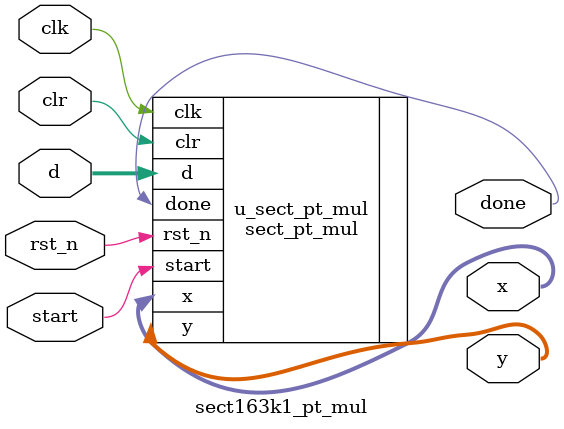
<source format=v>


module sect163k1_pt_mul (
    // System signals
    input clk,                      // system clock
    input rst_n,                    // system asynchronous reset, active low
    input clr,                      // synchronous clear

    // Data interface
    input start,                    // computation start
    input [162:0] d,                // input scalar
    output done,                    // computation done
    output [162:0] x,               // output x coordinate of d*G
    output [162:0] y                // output y coordinate of d*G
);

// Local parameters
localparam M = 163;                 // degree of f(x)
localparam FX = 163'hc9;            // binary representation of f(x)
localparam B = 163'h1;              // coefficient b of E
localparam XG = 163'h2fe13c0537bbc11acaa07d793de4e6d5e5c94eee8;         // x coordinate of G
localparam YG = 163'h289070fb05d38ff58321f2e800536d538ccdaa3d9;         // y coordinate of G
localparam XG_SQR = 163'h6710bd85f2b559b085dc2832e086f4a4c7ef8d0be;     // squaring of x coordinate of G
localparam XG_INV = 163'h63f514f39f4587684f96c8dd6558e69339a1efed9;     // inversion of x coordinate of G
localparam NUM_CYCLE_MUL = 3;       // number of computation cycles minus 1 in f2m_mul module (= NUM_SEG)


// Instance
sect_pt_mul #(
    .M              (M),
    .FX             (FX),
    .B              (B),
    .XG             (XG),
    .YG             (YG),
    .XG_SQR         (XG_SQR),
    .XG_INV         (XG_INV),
    .NUM_CYCLE_MUL  (NUM_CYCLE_MUL)
) u_sect_pt_mul (
    .clk            (clk),
    .rst_n          (rst_n),
    .clr            (clr),
    .start          (start),
    .d              (d),
    .done           (done),
    .x              (x),
    .y              (y)
);


endmodule

</source>
